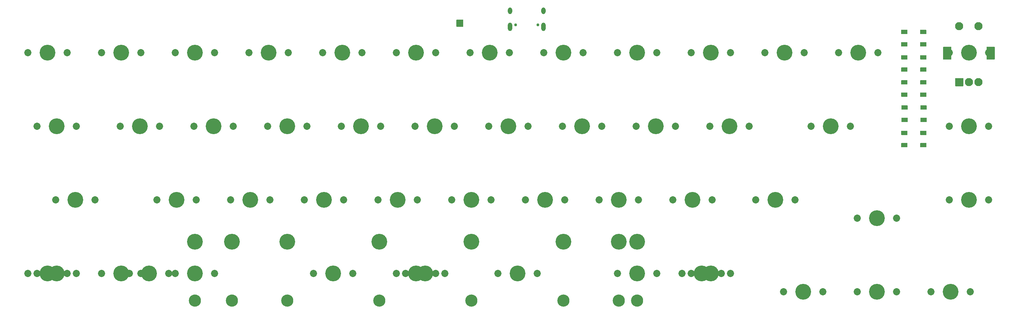
<source format=gts>
G04 #@! TF.GenerationSoftware,KiCad,Pcbnew,5.1.8-db9833491~87~ubuntu20.04.1*
G04 #@! TF.CreationDate,2020-11-06T21:32:35-08:00*
G04 #@! TF.ProjectId,Program Yoink,50726f67-7261-46d2-9059-6f696e6b2e6b,rev?*
G04 #@! TF.SameCoordinates,Original*
G04 #@! TF.FileFunction,Soldermask,Top*
G04 #@! TF.FilePolarity,Negative*
%FSLAX46Y46*%
G04 Gerber Fmt 4.6, Leading zero omitted, Abs format (unit mm)*
G04 Created by KiCad (PCBNEW 5.1.8-db9833491~87~ubuntu20.04.1) date 2020-11-06 21:32:35*
%MOMM*%
%LPD*%
G01*
G04 APERTURE LIST*
%ADD10C,0.752000*%
%ADD11O,1.102000X2.202000*%
%ADD12O,1.102000X1.702000*%
%ADD13C,4.089800*%
%ADD14C,1.852000*%
%ADD15C,2.102000*%
%ADD16C,3.150000*%
%ADD17C,0.100000*%
G04 APERTURE END LIST*
D10*
X-285000Y258037000D03*
X-6065000Y258037000D03*
D11*
X-7495000Y257507000D03*
X1145000Y257507000D03*
D12*
X-7495000Y261687000D03*
X1145000Y261687000D03*
D13*
X6350000Y250825000D03*
D14*
X1270000Y250825000D03*
X11430000Y250825000D03*
G36*
G01*
X-21348000Y257595000D02*
X-21348000Y259295000D01*
G75*
G02*
X-21297000Y259346000I51000J0D01*
G01*
X-19597000Y259346000D01*
G75*
G02*
X-19546000Y259295000I0J-51000D01*
G01*
X-19546000Y257595000D01*
G75*
G02*
X-19597000Y257544000I-51000J0D01*
G01*
X-21297000Y257544000D01*
G75*
G02*
X-21348000Y257595000I0J51000D01*
G01*
G37*
D13*
X75406250Y231775000D03*
D14*
X70326250Y231775000D03*
X80486250Y231775000D03*
G36*
G01*
X109638400Y242147000D02*
X107638400Y242147000D01*
G75*
G02*
X107587400Y242198000I0J51000D01*
G01*
X107587400Y244198000D01*
G75*
G02*
X107638400Y244249000I51000J0D01*
G01*
X109638400Y244249000D01*
G75*
G02*
X109689400Y244198000I0J-51000D01*
G01*
X109689400Y242198000D01*
G75*
G02*
X109638400Y242147000I-51000J0D01*
G01*
G37*
D15*
X111138400Y243198000D03*
X113638400Y243198000D03*
G36*
G01*
X106538400Y249047000D02*
X104538400Y249047000D01*
G75*
G02*
X104487400Y249098000I0J51000D01*
G01*
X104487400Y252298000D01*
G75*
G02*
X104538400Y252349000I51000J0D01*
G01*
X106538400Y252349000D01*
G75*
G02*
X106589400Y252298000I0J-51000D01*
G01*
X106589400Y249098000D01*
G75*
G02*
X106538400Y249047000I-51000J0D01*
G01*
G37*
G36*
G01*
X117738400Y249047000D02*
X115738400Y249047000D01*
G75*
G02*
X115687400Y249098000I0J51000D01*
G01*
X115687400Y252298000D01*
G75*
G02*
X115738400Y252349000I51000J0D01*
G01*
X117738400Y252349000D01*
G75*
G02*
X117789400Y252298000I0J-51000D01*
G01*
X117789400Y249098000D01*
G75*
G02*
X117738400Y249047000I-51000J0D01*
G01*
G37*
X108638400Y257698000D03*
X113638400Y257698000D03*
G36*
G01*
X100115000Y253484000D02*
X100115000Y252484000D01*
G75*
G02*
X100064000Y252433000I-51000J0D01*
G01*
X98564000Y252433000D01*
G75*
G02*
X98513000Y252484000I0J51000D01*
G01*
X98513000Y253484000D01*
G75*
G02*
X98564000Y253535000I51000J0D01*
G01*
X100064000Y253535000D01*
G75*
G02*
X100115000Y253484000I0J-51000D01*
G01*
G37*
G36*
G01*
X100115000Y256684000D02*
X100115000Y255684000D01*
G75*
G02*
X100064000Y255633000I-51000J0D01*
G01*
X98564000Y255633000D01*
G75*
G02*
X98513000Y255684000I0J51000D01*
G01*
X98513000Y256684000D01*
G75*
G02*
X98564000Y256735000I51000J0D01*
G01*
X100064000Y256735000D01*
G75*
G02*
X100115000Y256684000I0J-51000D01*
G01*
G37*
G36*
G01*
X95215000Y253484000D02*
X95215000Y252484000D01*
G75*
G02*
X95164000Y252433000I-51000J0D01*
G01*
X93664000Y252433000D01*
G75*
G02*
X93613000Y252484000I0J51000D01*
G01*
X93613000Y253484000D01*
G75*
G02*
X93664000Y253535000I51000J0D01*
G01*
X95164000Y253535000D01*
G75*
G02*
X95215000Y253484000I0J-51000D01*
G01*
G37*
G36*
G01*
X95215000Y256684000D02*
X95215000Y255684000D01*
G75*
G02*
X95164000Y255633000I-51000J0D01*
G01*
X93664000Y255633000D01*
G75*
G02*
X93613000Y255684000I0J51000D01*
G01*
X93613000Y256684000D01*
G75*
G02*
X93664000Y256735000I51000J0D01*
G01*
X95164000Y256735000D01*
G75*
G02*
X95215000Y256684000I0J-51000D01*
G01*
G37*
G36*
G01*
X100152000Y246931000D02*
X100152000Y245931000D01*
G75*
G02*
X100101000Y245880000I-51000J0D01*
G01*
X98601000Y245880000D01*
G75*
G02*
X98550000Y245931000I0J51000D01*
G01*
X98550000Y246931000D01*
G75*
G02*
X98601000Y246982000I51000J0D01*
G01*
X100101000Y246982000D01*
G75*
G02*
X100152000Y246931000I0J-51000D01*
G01*
G37*
G36*
G01*
X100152000Y250131000D02*
X100152000Y249131000D01*
G75*
G02*
X100101000Y249080000I-51000J0D01*
G01*
X98601000Y249080000D01*
G75*
G02*
X98550000Y249131000I0J51000D01*
G01*
X98550000Y250131000D01*
G75*
G02*
X98601000Y250182000I51000J0D01*
G01*
X100101000Y250182000D01*
G75*
G02*
X100152000Y250131000I0J-51000D01*
G01*
G37*
G36*
G01*
X95252000Y246931000D02*
X95252000Y245931000D01*
G75*
G02*
X95201000Y245880000I-51000J0D01*
G01*
X93701000Y245880000D01*
G75*
G02*
X93650000Y245931000I0J51000D01*
G01*
X93650000Y246931000D01*
G75*
G02*
X93701000Y246982000I51000J0D01*
G01*
X95201000Y246982000D01*
G75*
G02*
X95252000Y246931000I0J-51000D01*
G01*
G37*
G36*
G01*
X95252000Y250131000D02*
X95252000Y249131000D01*
G75*
G02*
X95201000Y249080000I-51000J0D01*
G01*
X93701000Y249080000D01*
G75*
G02*
X93650000Y249131000I0J51000D01*
G01*
X93650000Y250131000D01*
G75*
G02*
X93701000Y250182000I51000J0D01*
G01*
X95201000Y250182000D01*
G75*
G02*
X95252000Y250131000I0J-51000D01*
G01*
G37*
G36*
G01*
X100152000Y240454000D02*
X100152000Y239454000D01*
G75*
G02*
X100101000Y239403000I-51000J0D01*
G01*
X98601000Y239403000D01*
G75*
G02*
X98550000Y239454000I0J51000D01*
G01*
X98550000Y240454000D01*
G75*
G02*
X98601000Y240505000I51000J0D01*
G01*
X100101000Y240505000D01*
G75*
G02*
X100152000Y240454000I0J-51000D01*
G01*
G37*
G36*
G01*
X100152000Y243654000D02*
X100152000Y242654000D01*
G75*
G02*
X100101000Y242603000I-51000J0D01*
G01*
X98601000Y242603000D01*
G75*
G02*
X98550000Y242654000I0J51000D01*
G01*
X98550000Y243654000D01*
G75*
G02*
X98601000Y243705000I51000J0D01*
G01*
X100101000Y243705000D01*
G75*
G02*
X100152000Y243654000I0J-51000D01*
G01*
G37*
G36*
G01*
X95252000Y240454000D02*
X95252000Y239454000D01*
G75*
G02*
X95201000Y239403000I-51000J0D01*
G01*
X93701000Y239403000D01*
G75*
G02*
X93650000Y239454000I0J51000D01*
G01*
X93650000Y240454000D01*
G75*
G02*
X93701000Y240505000I51000J0D01*
G01*
X95201000Y240505000D01*
G75*
G02*
X95252000Y240454000I0J-51000D01*
G01*
G37*
G36*
G01*
X95252000Y243654000D02*
X95252000Y242654000D01*
G75*
G02*
X95201000Y242603000I-51000J0D01*
G01*
X93701000Y242603000D01*
G75*
G02*
X93650000Y242654000I0J51000D01*
G01*
X93650000Y243654000D01*
G75*
G02*
X93701000Y243705000I51000J0D01*
G01*
X95201000Y243705000D01*
G75*
G02*
X95252000Y243654000I0J-51000D01*
G01*
G37*
G36*
G01*
X100189000Y233926000D02*
X100189000Y232926000D01*
G75*
G02*
X100138000Y232875000I-51000J0D01*
G01*
X98638000Y232875000D01*
G75*
G02*
X98587000Y232926000I0J51000D01*
G01*
X98587000Y233926000D01*
G75*
G02*
X98638000Y233977000I51000J0D01*
G01*
X100138000Y233977000D01*
G75*
G02*
X100189000Y233926000I0J-51000D01*
G01*
G37*
G36*
G01*
X100189000Y237126000D02*
X100189000Y236126000D01*
G75*
G02*
X100138000Y236075000I-51000J0D01*
G01*
X98638000Y236075000D01*
G75*
G02*
X98587000Y236126000I0J51000D01*
G01*
X98587000Y237126000D01*
G75*
G02*
X98638000Y237177000I51000J0D01*
G01*
X100138000Y237177000D01*
G75*
G02*
X100189000Y237126000I0J-51000D01*
G01*
G37*
G36*
G01*
X95289000Y233926000D02*
X95289000Y232926000D01*
G75*
G02*
X95238000Y232875000I-51000J0D01*
G01*
X93738000Y232875000D01*
G75*
G02*
X93687000Y232926000I0J51000D01*
G01*
X93687000Y233926000D01*
G75*
G02*
X93738000Y233977000I51000J0D01*
G01*
X95238000Y233977000D01*
G75*
G02*
X95289000Y233926000I0J-51000D01*
G01*
G37*
G36*
G01*
X95289000Y237126000D02*
X95289000Y236126000D01*
G75*
G02*
X95238000Y236075000I-51000J0D01*
G01*
X93738000Y236075000D01*
G75*
G02*
X93687000Y236126000I0J51000D01*
G01*
X93687000Y237126000D01*
G75*
G02*
X93738000Y237177000I51000J0D01*
G01*
X95238000Y237177000D01*
G75*
G02*
X95289000Y237126000I0J-51000D01*
G01*
G37*
G36*
G01*
X100152000Y227373000D02*
X100152000Y226373000D01*
G75*
G02*
X100101000Y226322000I-51000J0D01*
G01*
X98601000Y226322000D01*
G75*
G02*
X98550000Y226373000I0J51000D01*
G01*
X98550000Y227373000D01*
G75*
G02*
X98601000Y227424000I51000J0D01*
G01*
X100101000Y227424000D01*
G75*
G02*
X100152000Y227373000I0J-51000D01*
G01*
G37*
G36*
G01*
X100152000Y230573000D02*
X100152000Y229573000D01*
G75*
G02*
X100101000Y229522000I-51000J0D01*
G01*
X98601000Y229522000D01*
G75*
G02*
X98550000Y229573000I0J51000D01*
G01*
X98550000Y230573000D01*
G75*
G02*
X98601000Y230624000I51000J0D01*
G01*
X100101000Y230624000D01*
G75*
G02*
X100152000Y230573000I0J-51000D01*
G01*
G37*
G36*
G01*
X95252000Y227373000D02*
X95252000Y226373000D01*
G75*
G02*
X95201000Y226322000I-51000J0D01*
G01*
X93701000Y226322000D01*
G75*
G02*
X93650000Y226373000I0J51000D01*
G01*
X93650000Y227373000D01*
G75*
G02*
X93701000Y227424000I51000J0D01*
G01*
X95201000Y227424000D01*
G75*
G02*
X95252000Y227373000I0J-51000D01*
G01*
G37*
G36*
G01*
X95252000Y230573000D02*
X95252000Y229573000D01*
G75*
G02*
X95201000Y229522000I-51000J0D01*
G01*
X93701000Y229522000D01*
G75*
G02*
X93650000Y229573000I0J51000D01*
G01*
X93650000Y230573000D01*
G75*
G02*
X93701000Y230624000I51000J0D01*
G01*
X95201000Y230624000D01*
G75*
G02*
X95252000Y230573000I0J-51000D01*
G01*
G37*
D13*
X68262500Y188912500D03*
D14*
X63182500Y188912500D03*
X73342500Y188912500D03*
D13*
X42068750Y193675000D03*
D14*
X36988750Y193675000D03*
X47148750Y193675000D03*
D13*
X-29368750Y193675000D03*
D14*
X-34448750Y193675000D03*
X-24288750Y193675000D03*
D16*
X-79368650Y186690000D03*
X20631150Y186690000D03*
D13*
X-79368650Y201930000D03*
X20631150Y201930000D03*
X-100806250Y193675000D03*
D14*
X-105886250Y193675000D03*
X-95726250Y193675000D03*
D13*
X-124618750Y193675000D03*
D14*
X-129698750Y193675000D03*
X-119538750Y193675000D03*
D13*
X106362500Y188912500D03*
D14*
X101282500Y188912500D03*
X111442500Y188912500D03*
D13*
X87312500Y188912500D03*
D14*
X82232500Y188912500D03*
X92392500Y188912500D03*
D13*
X44450000Y193675000D03*
D14*
X39370000Y193675000D03*
X49530000Y193675000D03*
D13*
X25400000Y193675000D03*
D14*
X20320000Y193675000D03*
X30480000Y193675000D03*
D13*
X-5556250Y193675000D03*
D14*
X-10636250Y193675000D03*
X-476250Y193675000D03*
D16*
X-17462500Y186690000D03*
X6350000Y186690000D03*
D13*
X-17462500Y201930000D03*
X6350000Y201930000D03*
X-31750000Y193675000D03*
D14*
X-36830000Y193675000D03*
X-26670000Y193675000D03*
D16*
X-88900000Y186690000D03*
X25400000Y186690000D03*
D13*
X-88900000Y201930000D03*
X25400000Y201930000D03*
X-53181250Y193675000D03*
D14*
X-58261250Y193675000D03*
X-48101250Y193675000D03*
D16*
X-65087500Y186690000D03*
X-41275000Y186690000D03*
D13*
X-65087500Y201930000D03*
X-41275000Y201930000D03*
X-88900000Y193675000D03*
D14*
X-93980000Y193675000D03*
X-83820000Y193675000D03*
D13*
X-107950000Y193675000D03*
D14*
X-113030000Y193675000D03*
X-102870000Y193675000D03*
D13*
X-127000000Y193675000D03*
D14*
X-132080000Y193675000D03*
X-121920000Y193675000D03*
D13*
X111125000Y212725000D03*
D14*
X106045000Y212725000D03*
X116205000Y212725000D03*
D13*
X87312500Y207962500D03*
D14*
X82232500Y207962500D03*
X92392500Y207962500D03*
D13*
X61118750Y212725000D03*
D14*
X56038750Y212725000D03*
X66198750Y212725000D03*
D13*
X39687500Y212725000D03*
D14*
X34607500Y212725000D03*
X44767500Y212725000D03*
D13*
X20637500Y212725000D03*
D14*
X15557500Y212725000D03*
X25717500Y212725000D03*
D13*
X1587500Y212725000D03*
D14*
X-3492500Y212725000D03*
X6667500Y212725000D03*
D13*
X-17462500Y212725000D03*
D14*
X-22542500Y212725000D03*
X-12382500Y212725000D03*
D13*
X-36512500Y212725000D03*
D14*
X-41592500Y212725000D03*
X-31432500Y212725000D03*
D13*
X-55562500Y212725000D03*
D14*
X-60642500Y212725000D03*
X-50482500Y212725000D03*
D13*
X-74612500Y212725000D03*
D14*
X-79692500Y212725000D03*
X-69532500Y212725000D03*
D13*
X-93662500Y212725000D03*
D14*
X-98742500Y212725000D03*
X-88582500Y212725000D03*
D13*
X-119856250Y212725000D03*
D14*
X-124936250Y212725000D03*
X-114776250Y212725000D03*
D13*
X111125000Y231775000D03*
D14*
X106045000Y231775000D03*
X116205000Y231775000D03*
D13*
X49212500Y231775000D03*
D14*
X44132500Y231775000D03*
X54292500Y231775000D03*
D13*
X30162500Y231775000D03*
D14*
X25082500Y231775000D03*
X35242500Y231775000D03*
D13*
X11112500Y231775000D03*
D14*
X6032500Y231775000D03*
X16192500Y231775000D03*
D13*
X-7937500Y231775000D03*
D14*
X-13017500Y231775000D03*
X-2857500Y231775000D03*
D13*
X-26987500Y231775000D03*
D14*
X-32067500Y231775000D03*
X-21907500Y231775000D03*
D13*
X-46037500Y231775000D03*
D14*
X-51117500Y231775000D03*
X-40957500Y231775000D03*
D13*
X-65087500Y231775000D03*
D14*
X-70167500Y231775000D03*
X-60007500Y231775000D03*
D13*
X-84137500Y231775000D03*
D14*
X-89217500Y231775000D03*
X-79057500Y231775000D03*
D13*
X-103187500Y231775000D03*
D14*
X-108267500Y231775000D03*
X-98107500Y231775000D03*
D13*
X-124618750Y231775000D03*
D14*
X-129698750Y231775000D03*
X-119538750Y231775000D03*
D13*
X111125000Y250825000D03*
D14*
X106045000Y250825000D03*
X116205000Y250825000D03*
D13*
X82550000Y250825000D03*
D14*
X77470000Y250825000D03*
X87630000Y250825000D03*
D13*
X63500000Y250825000D03*
D14*
X58420000Y250825000D03*
X68580000Y250825000D03*
D13*
X44450000Y250825000D03*
D14*
X39370000Y250825000D03*
X49530000Y250825000D03*
D13*
X25400000Y250825000D03*
D14*
X20320000Y250825000D03*
X30480000Y250825000D03*
D13*
X-12700000Y250825000D03*
D14*
X-17780000Y250825000D03*
X-7620000Y250825000D03*
D13*
X-31750000Y250825000D03*
D14*
X-36830000Y250825000D03*
X-26670000Y250825000D03*
D13*
X-50800000Y250825000D03*
D14*
X-55880000Y250825000D03*
X-45720000Y250825000D03*
D13*
X-69850000Y250825000D03*
D14*
X-74930000Y250825000D03*
X-64770000Y250825000D03*
D13*
X-88900000Y250825000D03*
D14*
X-93980000Y250825000D03*
X-83820000Y250825000D03*
D13*
X-107950000Y250825000D03*
D14*
X-113030000Y250825000D03*
X-102870000Y250825000D03*
D13*
X-127000000Y250825000D03*
D14*
X-132080000Y250825000D03*
X-121920000Y250825000D03*
D17*
G36*
X-94851277Y193375572D02*
G01*
X-94794886Y193239434D01*
X-94751426Y193174391D01*
X-94751295Y193172395D01*
X-94752958Y193171284D01*
X-94754635Y193172011D01*
X-94766158Y193186052D01*
X-94784795Y193201348D01*
X-94806058Y193212713D01*
X-94829133Y193219713D01*
X-94853124Y193222076D01*
X-94877115Y193219713D01*
X-94900190Y193212713D01*
X-94921454Y193201348D01*
X-94940091Y193186053D01*
X-94951615Y193172011D01*
X-94953487Y193171307D01*
X-94955033Y193172576D01*
X-94954824Y193174391D01*
X-94911364Y193239434D01*
X-94854973Y193375572D01*
X-94853386Y193376790D01*
X-94851277Y193375572D01*
G37*
G36*
X-94951615Y194177989D02*
G01*
X-94940092Y194163948D01*
X-94921455Y194148652D01*
X-94900192Y194137287D01*
X-94877117Y194130287D01*
X-94853126Y194127924D01*
X-94829135Y194130287D01*
X-94806060Y194137287D01*
X-94784796Y194148652D01*
X-94766159Y194163947D01*
X-94754635Y194177989D01*
X-94752763Y194178693D01*
X-94751217Y194177424D01*
X-94751426Y194175609D01*
X-94794886Y194110566D01*
X-94851277Y193974428D01*
X-94852864Y193973210D01*
X-94854973Y193974428D01*
X-94911364Y194110566D01*
X-94954824Y194175609D01*
X-94954955Y194177605D01*
X-94953292Y194178716D01*
X-94951615Y194177989D01*
G37*
M02*

</source>
